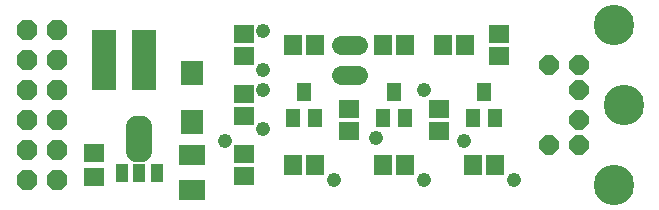
<source format=gts>
G75*
%MOIN*%
%OFA0B0*%
%FSLAX24Y24*%
%IPPOS*%
%LPD*%
%AMOC8*
5,1,8,0,0,1.08239X$1,22.5*
%
%ADD10R,0.0474X0.0631*%
%ADD11OC8,0.0634*%
%ADD12C,0.1346*%
%ADD13OC8,0.0680*%
%ADD14R,0.0592X0.0671*%
%ADD15R,0.0671X0.0592*%
%ADD16R,0.0789X0.2049*%
%ADD17R,0.0749X0.0789*%
%ADD18R,0.0867X0.0671*%
%ADD19R,0.0710X0.0592*%
%ADD20C,0.0640*%
%ADD21R,0.0395X0.0631*%
%ADD22R,0.0394X0.0630*%
%ADD23C,0.0669*%
%ADD24C,0.0476*%
D10*
X013376Y003667D03*
X014124Y003667D03*
X016376Y003667D03*
X017124Y003667D03*
X019376Y003667D03*
X020124Y003667D03*
X019750Y004533D03*
X016750Y004533D03*
X013750Y004533D03*
D11*
X021919Y005439D03*
X022904Y005439D03*
X022904Y004612D03*
X022904Y003588D03*
X022904Y002761D03*
X021919Y002761D03*
D12*
X024400Y004100D03*
X024085Y001443D03*
X024085Y006757D03*
D13*
X004500Y001600D03*
X005500Y001600D03*
X005500Y002600D03*
X004500Y002600D03*
X004500Y003600D03*
X005500Y003600D03*
X005500Y004600D03*
X004500Y004600D03*
X004500Y005600D03*
X005500Y005600D03*
X005500Y006600D03*
X004500Y006600D03*
D14*
X013376Y006100D03*
X014124Y006100D03*
X016376Y006100D03*
X017124Y006100D03*
X018376Y006100D03*
X019124Y006100D03*
X019376Y002100D03*
X020124Y002100D03*
X017124Y002100D03*
X016376Y002100D03*
X014124Y002100D03*
X013376Y002100D03*
D15*
X011750Y001726D03*
X011750Y002474D03*
X015250Y003226D03*
X015250Y003974D03*
X018250Y003974D03*
X018250Y003226D03*
X011750Y003726D03*
X011750Y004474D03*
X011750Y005726D03*
X011750Y006474D03*
X020250Y006474D03*
X020250Y005726D03*
D16*
X008419Y005600D03*
X007081Y005600D03*
D17*
X010000Y005157D03*
X010000Y003543D03*
D18*
X010000Y002441D03*
X010000Y001259D03*
D19*
X006750Y001706D03*
X006750Y002494D03*
D20*
X014970Y005100D02*
X015530Y005100D01*
X015530Y006100D02*
X014970Y006100D01*
D21*
X008840Y001820D03*
X007660Y001820D03*
D22*
X008250Y001820D03*
D23*
X008348Y002541D02*
X008142Y002541D01*
X008142Y003397D01*
X008348Y003397D01*
X008348Y002541D01*
X008348Y002942D02*
X008142Y002942D01*
D24*
X011108Y002915D03*
X012388Y003309D03*
X016128Y003013D03*
X019081Y002915D03*
X017750Y001600D03*
X014750Y001600D03*
X020750Y001600D03*
X012388Y004588D03*
X012388Y005277D03*
X012388Y006557D03*
X017750Y004600D03*
M02*

</source>
